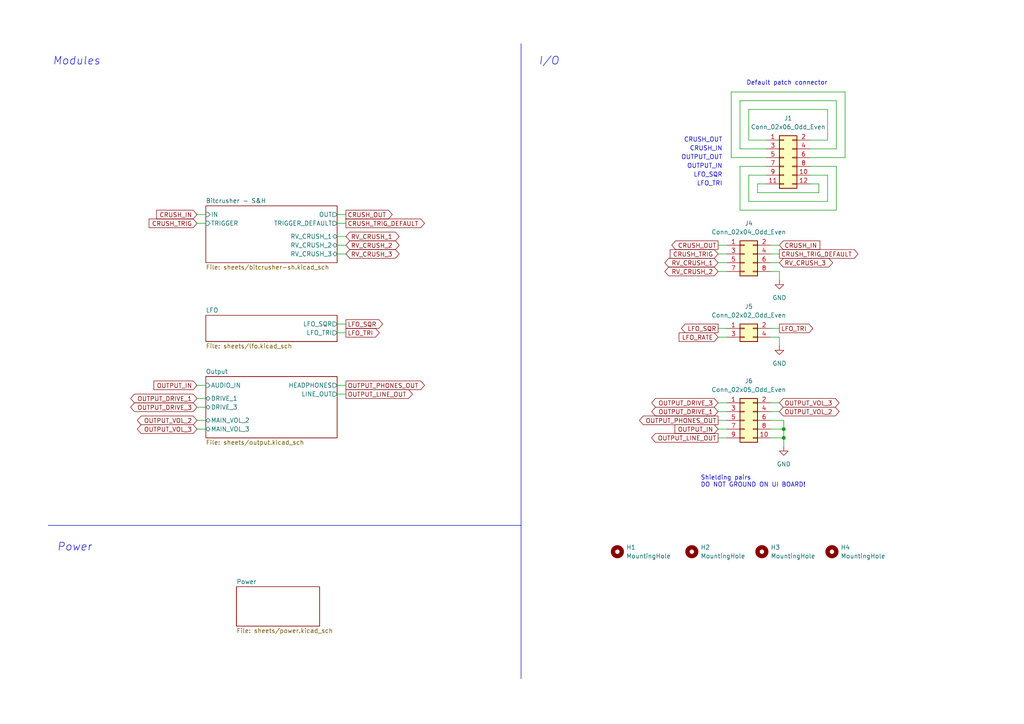
<source format=kicad_sch>
(kicad_sch (version 20250114) (generator "eeschema") (generator_version "9.0")
  (paper "A4")
  (lib_symbols
    (symbol "Connector_Generic:Conn_02x02_Odd_Even" (pin_names (offset 1.016) (hide yes))
      (property "Reference" "J" (at 1.27 2.54 0))
      (property "Value" "Conn_02x02_Odd_Even" (at 1.27 -5.08 0))
      (symbol "Conn_02x02_Odd_Even_1_1"
        (rectangle (start -1.27 1.27) (end 3.81 -3.81) (stroke (width 0.254)) (fill (type background)))
        (rectangle (start -1.27 0.127) (end 0 -0.127) (stroke (width 0.1524)))
        (rectangle (start -1.27 -2.413) (end 0 -2.667) (stroke (width 0.1524)))
        (rectangle (start 3.81 0.127) (end 2.54 -0.127) (stroke (width 0.1524)))
        (rectangle (start 3.81 -2.413) (end 2.54 -2.667) (stroke (width 0.1524)))
        (pin passive line (at -5.08 0 0) (length 3.81) (name "Pin_1") (number "1"))
        (pin passive line (at -5.08 -2.54 0) (length 3.81) (name "Pin_3") (number "3"))
        (pin passive line (at 7.62 0 180) (length 3.81) (name "Pin_2") (number "2"))
        (pin passive line (at 7.62 -2.54 180) (length 3.81) (name "Pin_4") (number "4"))
      )
    )
    (symbol "Connector_Generic:Conn_02x04_Odd_Even" (pin_names (offset 1.016) (hide yes))
      (property "Reference" "J" (at 1.27 5.08 0))
      (property "Value" "Conn_02x04_Odd_Even" (at 1.27 -7.62 0))
      (symbol "Conn_02x04_Odd_Even_1_1"
        (rectangle (start -1.27 3.81) (end 3.81 -6.35) (stroke (width 0.254)) (fill (type background)))
        (rectangle (start -1.27 2.667) (end 0 2.413) (stroke (width 0.1524)))
        (rectangle (start -1.27 0.127) (end 0 -0.127) (stroke (width 0.1524)))
        (rectangle (start -1.27 -2.413) (end 0 -2.667) (stroke (width 0.1524)))
        (rectangle (start -1.27 -4.953) (end 0 -5.207) (stroke (width 0.1524)))
        (rectangle (start 3.81 2.667) (end 2.54 2.413) (stroke (width 0.1524)))
        (rectangle (start 3.81 0.127) (end 2.54 -0.127) (stroke (width 0.1524)))
        (rectangle (start 3.81 -2.413) (end 2.54 -2.667) (stroke (width 0.1524)))
        (rectangle (start 3.81 -4.953) (end 2.54 -5.207) (stroke (width 0.1524)))
        (pin passive line (at -5.08 2.54 0) (length 3.81) (name "Pin_1") (number "1"))
        (pin passive line (at -5.08 0 0) (length 3.81) (name "Pin_3") (number "3"))
        (pin passive line (at -5.08 -2.54 0) (length 3.81) (name "Pin_5") (number "5"))
        (pin passive line (at -5.08 -5.08 0) (length 3.81) (name "Pin_7") (number "7"))
        (pin passive line (at 7.62 2.54 180) (length 3.81) (name "Pin_2") (number "2"))
        (pin passive line (at 7.62 0 180) (length 3.81) (name "Pin_4") (number "4"))
        (pin passive line (at 7.62 -2.54 180) (length 3.81) (name "Pin_6") (number "6"))
        (pin passive line (at 7.62 -5.08 180) (length 3.81) (name "Pin_8") (number "8"))
      )
    )
    (symbol "Connector_Generic:Conn_02x05_Odd_Even" (pin_names (offset 1.016) (hide yes))
      (property "Reference" "J" (at 1.27 7.62 0))
      (property "Value" "Conn_02x05_Odd_Even" (at 1.27 -7.62 0))
      (symbol "Conn_02x05_Odd_Even_1_1"
        (rectangle (start -1.27 6.35) (end 3.81 -6.35) (stroke (width 0.254)) (fill (type background)))
        (rectangle (start -1.27 5.207) (end 0 4.953) (stroke (width 0.1524)))
        (rectangle (start -1.27 2.667) (end 0 2.413) (stroke (width 0.1524)))
        (rectangle (start -1.27 0.127) (end 0 -0.127) (stroke (width 0.1524)))
        (rectangle (start -1.27 -2.413) (end 0 -2.667) (stroke (width 0.1524)))
        (rectangle (start -1.27 -4.953) (end 0 -5.207) (stroke (width 0.1524)))
        (rectangle (start 3.81 5.207) (end 2.54 4.953) (stroke (width 0.1524)))
        (rectangle (start 3.81 2.667) (end 2.54 2.413) (stroke (width 0.1524)))
        (rectangle (start 3.81 0.127) (end 2.54 -0.127) (stroke (width 0.1524)))
        (rectangle (start 3.81 -2.413) (end 2.54 -2.667) (stroke (width 0.1524)))
        (rectangle (start 3.81 -4.953) (end 2.54 -5.207) (stroke (width 0.1524)))
        (pin passive line (at -5.08 5.08 0) (length 3.81) (name "Pin_1") (number "1"))
        (pin passive line (at -5.08 2.54 0) (length 3.81) (name "Pin_3") (number "3"))
        (pin passive line (at -5.08 0 0) (length 3.81) (name "Pin_5") (number "5"))
        (pin passive line (at -5.08 -2.54 0) (length 3.81) (name "Pin_7") (number "7"))
        (pin passive line (at -5.08 -5.08 0) (length 3.81) (name "Pin_9") (number "9"))
        (pin passive line (at 7.62 5.08 180) (length 3.81) (name "Pin_2") (number "2"))
        (pin passive line (at 7.62 2.54 180) (length 3.81) (name "Pin_4") (number "4"))
        (pin passive line (at 7.62 0 180) (length 3.81) (name "Pin_6") (number "6"))
        (pin passive line (at 7.62 -2.54 180) (length 3.81) (name "Pin_8") (number "8"))
        (pin passive line (at 7.62 -5.08 180) (length 3.81) (name "Pin_10") (number "10"))
      )
    )
    (symbol "Connector_Generic:Conn_02x06_Odd_Even" (pin_names (offset 1.016) (hide yes))
      (property "Reference" "J" (at 1.27 7.62 0))
      (property "Value" "Conn_02x06_Odd_Even" (at 1.27 -10.16 0))
      (symbol "Conn_02x06_Odd_Even_1_1"
        (rectangle (start -1.27 6.35) (end 3.81 -8.89) (stroke (width 0.254)) (fill (type background)))
        (rectangle (start -1.27 5.207) (end 0 4.953) (stroke (width 0.1524)))
        (rectangle (start -1.27 2.667) (end 0 2.413) (stroke (width 0.1524)))
        (rectangle (start -1.27 0.127) (end 0 -0.127) (stroke (width 0.1524)))
        (rectangle (start -1.27 -2.413) (end 0 -2.667) (stroke (width 0.1524)))
        (rectangle (start -1.27 -4.953) (end 0 -5.207) (stroke (width 0.1524)))
        (rectangle (start -1.27 -7.493) (end 0 -7.747) (stroke (width 0.1524)))
        (rectangle (start 3.81 5.207) (end 2.54 4.953) (stroke (width 0.1524)))
        (rectangle (start 3.81 2.667) (end 2.54 2.413) (stroke (width 0.1524)))
        (rectangle (start 3.81 0.127) (end 2.54 -0.127) (stroke (width 0.1524)))
        (rectangle (start 3.81 -2.413) (end 2.54 -2.667) (stroke (width 0.1524)))
        (rectangle (start 3.81 -4.953) (end 2.54 -5.207) (stroke (width 0.1524)))
        (rectangle (start 3.81 -7.493) (end 2.54 -7.747) (stroke (width 0.1524)))
        (pin passive line (at -5.08 5.08 0) (length 3.81) (name "Pin_1") (number "1"))
        (pin passive line (at -5.08 2.54 0) (length 3.81) (name "Pin_3") (number "3"))
        (pin passive line (at -5.08 0 0) (length 3.81) (name "Pin_5") (number "5"))
        (pin passive line (at -5.08 -2.54 0) (length 3.81) (name "Pin_7") (number "7"))
        (pin passive line (at -5.08 -5.08 0) (length 3.81) (name "Pin_9") (number "9"))
        (pin passive line (at -5.08 -7.62 0) (length 3.81) (name "Pin_11") (number "11"))
        (pin passive line (at 7.62 5.08 180) (length 3.81) (name "Pin_2") (number "2"))
        (pin passive line (at 7.62 2.54 180) (length 3.81) (name "Pin_4") (number "4"))
        (pin passive line (at 7.62 0 180) (length 3.81) (name "Pin_6") (number "6"))
        (pin passive line (at 7.62 -2.54 180) (length 3.81) (name "Pin_8") (number "8"))
        (pin passive line (at 7.62 -5.08 180) (length 3.81) (name "Pin_10") (number "10"))
        (pin passive line (at 7.62 -7.62 180) (length 3.81) (name "Pin_12") (number "12"))
      )
    )
    (symbol "Mechanical:MountingHole" (pin_names (offset 1.016)) (in_bom no)
      (property "Reference" "H" (at 0 5.08 0))
      (property "Value" "MountingHole" (at 0 3.175 0))
      (symbol "MountingHole_0_1"
        (circle (center 0 0) (radius 1.27) (stroke (width 1.27)))
      )
    )
    (symbol "power:GND" (power) (pin_numbers (hide yes)) (pin_names (offset 0) (hide yes))
      (property "Value" "GND" (at 0 -3.81 0))
      (symbol "GND_0_1"
        (polyline (pts (xy 0 0) (xy 0 -1.27) (xy 1.27 -1.27) (xy 0 -2.54) (xy -1.27 -1.27) (xy 0 -1.27)))
      )
      (symbol "GND_1_1"
        (pin power_in line (at 0 0 270) (length 0) (name "~") (number "1"))
      )
    )
  )
  (text "Power" (at 16.51 158.75 0) (effects (font (size 2.27 2.27) (italic yes)) (justify left)))
  (text "OUTPUT_OUT" (at 209.55 45.72 0) (effects (font (size 1.27 1.27)) (justify right)))
  (text "LFO_TRI" (at 209.55 53.34 0) (effects (font (size 1.27 1.27)) (justify right)))
  (text "CRUSH_OUT" (at 209.55 40.64 0) (effects (font (size 1.27 1.27)) (justify right)))
  (text "Shielding pairs\nDO NOT GROUND ON UI BOARD!" (at 203.2 139.7 0) (effects (font (size 1.27 1.27)) (justify left)))
  (text "Default patch connector" (at 240.03 24.13 0) (effects (font (size 1.27 1.27)) (justify right)))
  (text "LFO_SQR" (at 209.55 50.8 0) (effects (font (size 1.27 1.27)) (justify right)))
  (text "Modules" (at 15.24 17.78 0) (effects (font (size 2.27 2.27) (italic yes)) (justify left)))
  (text "CRUSH_IN" (at 209.55 43.18 0) (effects (font (size 1.27 1.27)) (justify right)))
  (text "I/O" (at 156.21 17.78 0) (effects (font (size 2.27 2.27) (italic yes)) (justify left)))
  (text "OUTPUT_IN" (at 209.55 48.26 0) (effects (font (size 1.27 1.27)) (justify right)))
  (junction (at 227.33 124.46))
  (junction (at 227.33 127))
  (wire (pts (xy 57.15 118.11) (xy 59.69 118.11)))
  (wire (pts (xy 100.33 111.76) (xy 97.79 111.76)))
  (wire (pts (xy 222.25 40.64) (xy 217.17 40.64)))
  (wire (pts (xy 217.17 31.75) (xy 240.03 31.75)))
  (wire (pts (xy 219.71 55.88) (xy 237.49 55.88)))
  (wire (pts (xy 208.28 119.38) (xy 210.82 119.38)))
  (wire (pts (xy 223.52 73.66) (xy 226.06 73.66)))
  (wire (pts (xy 214.63 29.21) (xy 242.57 29.21)))
  (wire (pts (xy 208.28 73.66) (xy 210.82 73.66)))
  (wire (pts (xy 97.79 71.12) (xy 100.33 71.12)))
  (wire (pts (xy 223.52 121.92) (xy 227.33 121.92)))
  (wire (pts (xy 208.28 71.12) (xy 210.82 71.12)))
  (wire (pts (xy 222.25 50.8) (xy 217.17 50.8)))
  (wire (pts (xy 57.15 121.92) (xy 59.69 121.92)))
  (wire (pts (xy 100.33 62.23) (xy 97.79 62.23)))
  (wire (pts (xy 223.52 124.46) (xy 227.33 124.46)))
  (wire (pts (xy 223.52 76.2) (xy 226.06 76.2)))
  (wire (pts (xy 214.63 60.96) (xy 242.57 60.96)))
  (wire (pts (xy 242.57 60.96) (xy 242.57 48.26)))
  (wire (pts (xy 226.06 81.28) (xy 226.06 78.74)))
  (wire (pts (xy 226.06 71.12) (xy 223.52 71.12)))
  (wire (pts (xy 57.15 115.57) (xy 59.69 115.57)))
  (wire (pts (xy 208.28 121.92) (xy 210.82 121.92)))
  (wire (pts (xy 208.28 116.84) (xy 210.82 116.84)))
  (wire (pts (xy 242.57 43.18) (xy 234.95 43.18)))
  (wire (pts (xy 237.49 55.88) (xy 237.49 53.34)))
  (wire (pts (xy 240.03 58.42) (xy 240.03 50.8)))
  (wire (pts (xy 57.15 64.77) (xy 59.69 64.77)))
  (wire (pts (xy 217.17 58.42) (xy 240.03 58.42)))
  (wire (pts (xy 214.63 48.26) (xy 214.63 60.96)))
  (wire (pts (xy 208.28 95.25) (xy 210.82 95.25)))
  (wire (pts (xy 222.25 53.34) (xy 219.71 53.34)))
  (wire (pts (xy 57.15 62.23) (xy 59.69 62.23)))
  (wire (pts (xy 208.28 124.46) (xy 210.82 124.46)))
  (wire (pts (xy 223.52 97.79) (xy 226.06 97.79)))
  (wire (pts (xy 217.17 40.64) (xy 217.17 31.75)))
  (wire (pts (xy 97.79 93.98) (xy 100.33 93.98)))
  (wire (pts (xy 242.57 29.21) (xy 242.57 43.18)))
  (wire (pts (xy 212.09 45.72) (xy 212.09 26.67)))
  (wire (pts (xy 222.25 43.18) (xy 214.63 43.18)))
  (wire (pts (xy 245.11 26.67) (xy 245.11 45.72)))
  (wire (pts (xy 240.03 40.64) (xy 234.95 40.64)))
  (wire (pts (xy 226.06 116.84) (xy 223.52 116.84)))
  (wire (pts (xy 208.28 97.79) (xy 210.82 97.79)))
  (wire (pts (xy 226.06 97.79) (xy 226.06 100.33)))
  (wire (pts (xy 97.79 96.52) (xy 100.33 96.52)))
  (wire (pts (xy 240.03 31.75) (xy 240.03 40.64)))
  (wire (pts (xy 100.33 68.58) (xy 97.79 68.58)))
  (polyline (pts (xy 151.13 12.7) (xy 151.13 196.85)))
  (wire (pts (xy 242.57 48.26) (xy 234.95 48.26)))
  (wire (pts (xy 226.06 78.74) (xy 223.52 78.74)))
  (wire (pts (xy 240.03 50.8) (xy 234.95 50.8)))
  (wire (pts (xy 219.71 53.34) (xy 219.71 55.88)))
  (wire (pts (xy 223.52 95.25) (xy 226.06 95.25)))
  (wire (pts (xy 214.63 43.18) (xy 214.63 29.21)))
  (wire (pts (xy 226.06 119.38) (xy 223.52 119.38)))
  (wire (pts (xy 222.25 45.72) (xy 212.09 45.72)))
  (wire (pts (xy 100.33 114.3) (xy 97.79 114.3)))
  (wire (pts (xy 227.33 121.92) (xy 227.33 124.46)))
  (wire (pts (xy 208.28 76.2) (xy 210.82 76.2)))
  (wire (pts (xy 223.52 127) (xy 227.33 127)))
  (wire (pts (xy 97.79 64.77) (xy 100.33 64.77)))
  (wire (pts (xy 217.17 50.8) (xy 217.17 58.42)))
  (wire (pts (xy 237.49 53.34) (xy 234.95 53.34)))
  (wire (pts (xy 210.82 78.74) (xy 208.28 78.74)))
  (wire (pts (xy 97.79 73.66) (xy 100.33 73.66)))
  (wire (pts (xy 227.33 124.46) (xy 227.33 127)))
  (wire (pts (xy 208.28 127) (xy 210.82 127)))
  (polyline (pts (xy 13.97 152.4) (xy 151.13 152.4)))
  (wire (pts (xy 212.09 26.67) (xy 245.11 26.67)))
  (wire (pts (xy 222.25 48.26) (xy 214.63 48.26)))
  (wire (pts (xy 57.15 124.46) (xy 59.69 124.46)))
  (wire (pts (xy 245.11 45.72) (xy 234.95 45.72)))
  (wire (pts (xy 227.33 127) (xy 227.33 129.54)))
  (wire (pts (xy 57.15 111.76) (xy 59.69 111.76)))
  (global_label "OUTPUT_PHONES_OUT" (shape output) (at 100.33 111.76 0) (property "Intersheetrefs" "${INTERSHEET_REFS}" (effects (hide yes))))
  (global_label "RV_CRUSH_2" (shape bidirectional) (at 208.28 78.74 180) (property "Intersheetrefs" "${INTERSHEET_REFS}" (effects (hide yes))))
  (global_label "OUTPUT_PHONES_OUT" (shape output) (at 208.28 121.92 180) (property "Intersheetrefs" "${INTERSHEET_REFS}" (effects (hide yes))))
  (global_label "RV_CRUSH_3" (shape bidirectional) (at 100.33 73.66 0) (property "Intersheetrefs" "${INTERSHEET_REFS}" (effects (hide yes))))
  (global_label "CRUSH_IN" (shape input) (at 57.15 62.23 180) (property "Intersheetrefs" "${INTERSHEET_REFS}" (effects (hide yes))))
  (global_label "RV_CRUSH_1" (shape bidirectional) (at 208.28 76.2 180) (property "Intersheetrefs" "${INTERSHEET_REFS}" (effects (hide yes))))
  (global_label "CRUSH_IN" (shape input) (at 226.06 71.12 0) (property "Intersheetrefs" "${INTERSHEET_REFS}" (effects (hide yes))))
  (global_label "LFO_TRI" (shape output) (at 100.33 96.52 0) (property "Intersheetrefs" "${INTERSHEET_REFS}" (effects (hide yes))))
  (global_label "CRUSH_TRIG_DEFAULT" (shape output) (at 226.06 73.66 0) (property "Intersheetrefs" "${INTERSHEET_REFS}" (effects (hide yes))))
  (global_label "RV_CRUSH_3" (shape bidirectional) (at 226.06 76.2 0) (property "Intersheetrefs" "${INTERSHEET_REFS}" (effects (hide yes))))
  (global_label "LFO_SQR" (shape output) (at 208.28 95.25 180) (property "Intersheetrefs" "${INTERSHEET_REFS}" (effects (hide yes))))
  (global_label "OUTPUT_DRIVE_3" (shape bidirectional) (at 57.15 118.11 180) (property "Intersheetrefs" "${INTERSHEET_REFS}" (effects (hide yes))))
  (global_label "LFO_RATE" (shape input) (at 208.28 97.79 180) (property "Intersheetrefs" "${INTERSHEET_REFS}" (effects (hide yes))))
  (global_label "OUTPUT_VOL_2" (shape bidirectional) (at 57.15 121.92 180) (property "Intersheetrefs" "${INTERSHEET_REFS}" (effects (hide yes))))
  (global_label "OUTPUT_VOL_3" (shape bidirectional) (at 226.06 116.84 0) (property "Intersheetrefs" "${INTERSHEET_REFS}" (effects (hide yes))))
  (global_label "CRUSH_TRIG" (shape input) (at 208.28 73.66 180) (property "Intersheetrefs" "${INTERSHEET_REFS}" (effects (hide yes))))
  (global_label "OUTPUT_LINE_OUT" (shape output) (at 208.28 127 180) (property "Intersheetrefs" "${INTERSHEET_REFS}" (effects (hide yes))))
  (global_label "RV_CRUSH_1" (shape bidirectional) (at 100.33 68.58 0) (property "Intersheetrefs" "${INTERSHEET_REFS}" (effects (hide yes))))
  (global_label "OUTPUT_VOL_2" (shape bidirectional) (at 226.06 119.38 0) (property "Intersheetrefs" "${INTERSHEET_REFS}" (effects (hide yes))))
  (global_label "CRUSH_OUT" (shape output) (at 100.33 62.23 0) (property "Intersheetrefs" "${INTERSHEET_REFS}" (effects (hide yes))))
  (global_label "LFO_TRI" (shape output) (at 226.06 95.25 0) (property "Intersheetrefs" "${INTERSHEET_REFS}" (effects (hide yes))))
  (global_label "OUTPUT_IN" (shape input) (at 57.15 111.76 180) (property "Intersheetrefs" "${INTERSHEET_REFS}" (effects (hide yes))))
  (global_label "CRUSH_OUT" (shape output) (at 208.28 71.12 180) (property "Intersheetrefs" "${INTERSHEET_REFS}" (effects (hide yes))))
  (global_label "OUTPUT_LINE_OUT" (shape output) (at 100.33 114.3 0) (property "Intersheetrefs" "${INTERSHEET_REFS}" (effects (hide yes))))
  (global_label "OUTPUT_VOL_3" (shape bidirectional) (at 57.15 124.46 180) (property "Intersheetrefs" "${INTERSHEET_REFS}" (effects (hide yes))))
  (global_label "OUTPUT_DRIVE_1" (shape bidirectional) (at 208.28 119.38 180) (property "Intersheetrefs" "${INTERSHEET_REFS}" (effects (hide yes))))
  (global_label "RV_CRUSH_2" (shape bidirectional) (at 100.33 71.12 0) (property "Intersheetrefs" "${INTERSHEET_REFS}" (effects (hide yes))))
  (global_label "OUTPUT_IN" (shape input) (at 208.28 124.46 180) (property "Intersheetrefs" "${INTERSHEET_REFS}" (effects (hide yes))))
  (global_label "OUTPUT_DRIVE_3" (shape bidirectional) (at 208.28 116.84 180) (property "Intersheetrefs" "${INTERSHEET_REFS}" (effects (hide yes))))
  (global_label "OUTPUT_DRIVE_1" (shape bidirectional) (at 57.15 115.57 180) (property "Intersheetrefs" "${INTERSHEET_REFS}" (effects (hide yes))))
  (global_label "LFO_SQR" (shape output) (at 100.33 93.98 0) (property "Intersheetrefs" "${INTERSHEET_REFS}" (effects (hide yes))))
  (global_label "CRUSH_TRIG_DEFAULT" (shape output) (at 100.33 64.77 0) (property "Intersheetrefs" "${INTERSHEET_REFS}" (effects (hide yes))))
  (global_label "CRUSH_TRIG" (shape input) (at 57.15 64.77 180) (property "Intersheetrefs" "${INTERSHEET_REFS}" (effects (hide yes))))
  (symbol (lib_id "Mechanical:MountingHole") (at 200.66 160.02 0) (unit 1) (in_bom no)
    (property "Reference" "H2" (at 203.2 158.7499 0) (effects (justify left)))
    (property "Value" "MountingHole" (at 203.2 161.2899 0) (effects (justify left)))
    (property "Footprint" "MountingHole:MountingHole_3.2mm_M3_DIN965_Pad" (effects (hide yes)))
    (property "Description" "Mounting Hole without connection" (effects (hide yes)))
    (property "Vendor" "-" (effects (hide yes)))
    (property "CHECKED" "YES" (effects (hide yes)))
  )
  (symbol (lib_id "Mechanical:MountingHole") (at 179.07 160.02 0) (unit 1) (in_bom no)
    (property "Reference" "H1" (at 181.61 158.7499 0) (effects (justify left)))
    (property "Value" "MountingHole" (at 181.61 161.2899 0) (effects (justify left)))
    (property "Footprint" "MountingHole:MountingHole_3.2mm_M3_DIN965_Pad" (effects (hide yes)))
    (property "Description" "Mounting Hole without connection" (effects (hide yes)))
    (property "Vendor" "-" (effects (hide yes)))
    (property "CHECKED" "YES" (effects (hide yes)))
  )
  (symbol (lib_id "Connector_Generic:Conn_02x05_Odd_Even") (at 215.9 121.92 0) (unit 1)
    (property "Reference" "J6" (at 217.17 110.49 0))
    (property "Value" "Conn_02x05_Odd_Even" (at 217.17 113.03 0))
    (property "Footprint" "Connector_PinHeader_2.54mm:PinHeader_2x05_P2.54mm_Vertical" (effects (hide yes)))
    (property "Description" "Generic connector, double row, 02x05, odd/even pin numbering scheme (row 1 odd numbers, row 2 even numbers), script generated (kicad-library-utils/schlib/autogen/connector/)" (effects (hide yes)))
    (property "CHECKED" "YES" (effects (hide yes)))
  )
  (symbol (lib_id "Connector_Generic:Conn_02x06_Odd_Even") (at 227.33 45.72 0) (unit 1)
    (property "Reference" "J1" (at 228.6 34.29 0))
    (property "Value" "Conn_02x06_Odd_Even" (at 228.6 36.83 0))
    (property "Footprint" "Connector_PinHeader_2.54mm:PinHeader_2x06_P2.54mm_Vertical" (effects (hide yes)))
    (property "Description" "Generic connector, double row, 02x06, odd/even pin numbering scheme (row 1 odd numbers, row 2 even numbers), script generated (kicad-library-utils/schlib/autogen/connector/)" (effects (hide yes)))
    (property "CHECKED" "YES" (effects (hide yes)))
  )
  (symbol (lib_id "power:GND") (at 226.06 81.28 0) (unit 1)
    (property "Reference" "#PWR041" (effects (hide yes)))
    (property "Value" "GND" (at 226.06 86.36 0))
    (property "Description" "Power symbol creates a global label with name \"GND\" , ground" (effects (hide yes)))
  )
  (symbol (lib_id "Connector_Generic:Conn_02x04_Odd_Even") (at 215.9 73.66 0) (unit 1)
    (property "Reference" "J4" (at 217.17 64.77 0))
    (property "Value" "Conn_02x04_Odd_Even" (at 217.17 67.31 0))
    (property "Footprint" "Connector_PinHeader_2.54mm:PinHeader_2x04_P2.54mm_Vertical" (effects (hide yes)))
    (property "Description" "Generic connector, double row, 02x04, odd/even pin numbering scheme (row 1 odd numbers, row 2 even numbers), script generated (kicad-library-utils/schlib/autogen/connector/)" (effects (hide yes)))
    (property "CHECKED" "YES" (effects (hide yes)))
  )
  (symbol (lib_id "Mechanical:MountingHole") (at 220.98 160.02 0) (unit 1) (in_bom no)
    (property "Reference" "H3" (at 223.52 158.7499 0) (effects (justify left)))
    (property "Value" "MountingHole" (at 223.52 161.2899 0) (effects (justify left)))
    (property "Footprint" "MountingHole:MountingHole_3.2mm_M3_DIN965_Pad" (effects (hide yes)))
    (property "Description" "Mounting Hole without connection" (effects (hide yes)))
    (property "Vendor" "-" (effects (hide yes)))
    (property "CHECKED" "YES" (effects (hide yes)))
  )
  (symbol (lib_id "power:GND") (at 227.33 129.54 0) (unit 1)
    (property "Reference" "#PWR039" (effects (hide yes)))
    (property "Value" "GND" (at 227.33 134.62 0))
    (property "Description" "Power symbol creates a global label with name \"GND\" , ground" (effects (hide yes)))
  )
  (symbol (lib_id "Mechanical:MountingHole") (at 241.3 160.02 0) (unit 1) (in_bom no)
    (property "Reference" "H4" (at 243.84 158.7499 0) (effects (justify left)))
    (property "Value" "MountingHole" (at 243.84 161.2899 0) (effects (justify left)))
    (property "Footprint" "MountingHole:MountingHole_3.2mm_M3_DIN965_Pad" (effects (hide yes)))
    (property "Description" "Mounting Hole without connection" (effects (hide yes)))
    (property "Vendor" "-" (effects (hide yes)))
    (property "CHECKED" "YES" (effects (hide yes)))
  )
  (symbol (lib_id "power:GND") (at 226.06 100.33 0) (mirror y) (unit 1)
    (property "Reference" "#PWR040" (effects (hide yes)))
    (property "Value" "GND" (at 226.06 105.41 0))
    (property "Description" "Power symbol creates a global label with name \"GND\" , ground" (effects (hide yes)))
  )
  (symbol (lib_id "Connector_Generic:Conn_02x02_Odd_Even") (at 215.9 95.25 0) (unit 1)
    (property "Reference" "J5" (at 217.17 88.9 0))
    (property "Value" "Conn_02x02_Odd_Even" (at 217.17 91.44 0))
    (property "Footprint" "Connector_PinHeader_2.54mm:PinHeader_2x02_P2.54mm_Vertical" (effects (hide yes)))
    (property "Description" "Generic connector, double row, 02x02, odd/even pin numbering scheme (row 1 odd numbers, row 2 even numbers), script generated (kicad-library-utils/schlib/autogen/connector/)" (effects (hide yes)))
    (property "CHECKED" "YES" (effects (hide yes)))
  )
  (sheet (at 59.69 91.44) (size 38.1 7.62) (stroke (width 0.1524))
    (property "Sheetname" "LFO" (at 59.69 90.7284 0) (effects (justify left bottom)))
    (property "Sheetfile" "sheets/lfo.kicad_sch" (at 59.69 99.6446 0) (effects (justify left top)))
    (pin "LFO_SQR" output (at 97.79 93.98 0))
    (pin "LFO_TRI" output (at 97.79 96.52 0))
  )
  (sheet (at 59.69 109.22) (size 38.1 17.78) (stroke (width 0.1524))
    (property "Sheetname" "Output" (at 59.69 108.5084 0) (effects (justify left bottom)))
    (property "Sheetfile" "sheets/output.kicad_sch" (at 59.69 127.5846 0) (effects (justify left top)))
    (pin "AUDIO_IN" input (at 59.69 111.76 180))
    (pin "DRIVE_1" bidirectional (at 59.69 115.57 180))
    (pin "HEADPHONES" output (at 97.79 111.76 0))
    (pin "LINE_OUT" output (at 97.79 114.3 0))
    (pin "MAIN_VOL_2" bidirectional (at 59.69 121.92 180))
    (pin "DRIVE_3" bidirectional (at 59.69 118.11 180))
    (pin "MAIN_VOL_3" bidirectional (at 59.69 124.46 180))
  )
  (sheet (at 68.58 170.18) (size 24.13 11.43) (stroke (width 0.1524))
    (property "Sheetname" "Power" (at 68.58 169.4684 0) (effects (justify left bottom)))
    (property "Sheetfile" "sheets/power.kicad_sch" (at 68.58 182.1946 0) (effects (justify left top)))
  )
  (sheet (at 59.69 59.69) (size 38.1 16.51) (stroke (width 0.1524))
    (property "Sheetname" "Bitcrusher - S&H" (at 59.69 58.9784 0) (effects (justify left bottom)))
    (property "Sheetfile" "sheets/bitcrusher-sh.kicad_sch" (at 59.69 76.7846 0) (effects (justify left top)))
    (pin "IN" input (at 59.69 62.23 180))
    (pin "OUT" output (at 97.79 62.23 0))
    (pin "TRIGGER" input (at 59.69 64.77 180))
    (pin "TRIGGER_DEFAULT" output (at 97.79 64.77 0))
    (pin "RV_CRUSH_1" bidirectional (at 97.79 68.58 0))
    (pin "RV_CRUSH_2" bidirectional (at 97.79 71.12 0))
    (pin "RV_CRUSH_3" bidirectional (at 97.79 73.66 0))
  )
)
</source>
